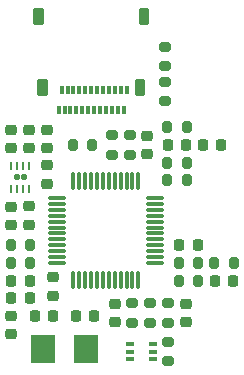
<source format=gbr>
%TF.GenerationSoftware,KiCad,Pcbnew,9.0.4*%
%TF.CreationDate,2025-09-02T10:18:24-07:00*%
%TF.ProjectId,k1-aioc,6b312d61-696f-4632-9e6b-696361645f70,rev?*%
%TF.SameCoordinates,Original*%
%TF.FileFunction,Paste,Top*%
%TF.FilePolarity,Positive*%
%FSLAX46Y46*%
G04 Gerber Fmt 4.6, Leading zero omitted, Abs format (unit mm)*
G04 Created by KiCad (PCBNEW 9.0.4) date 2025-09-02 10:18:24*
%MOMM*%
%LPD*%
G01*
G04 APERTURE LIST*
G04 Aperture macros list*
%AMRoundRect*
0 Rectangle with rounded corners*
0 $1 Rounding radius*
0 $2 $3 $4 $5 $6 $7 $8 $9 X,Y pos of 4 corners*
0 Add a 4 corners polygon primitive as box body*
4,1,4,$2,$3,$4,$5,$6,$7,$8,$9,$2,$3,0*
0 Add four circle primitives for the rounded corners*
1,1,$1+$1,$2,$3*
1,1,$1+$1,$4,$5*
1,1,$1+$1,$6,$7*
1,1,$1+$1,$8,$9*
0 Add four rect primitives between the rounded corners*
20,1,$1+$1,$2,$3,$4,$5,0*
20,1,$1+$1,$4,$5,$6,$7,0*
20,1,$1+$1,$6,$7,$8,$9,0*
20,1,$1+$1,$8,$9,$2,$3,0*%
G04 Aperture macros list end*
%ADD10C,0.300000*%
%ADD11RoundRect,0.200000X0.200000X0.275000X-0.200000X0.275000X-0.200000X-0.275000X0.200000X-0.275000X0*%
%ADD12RoundRect,0.218750X0.218750X0.256250X-0.218750X0.256250X-0.218750X-0.256250X0.218750X-0.256250X0*%
%ADD13RoundRect,0.225000X0.225000X0.250000X-0.225000X0.250000X-0.225000X-0.250000X0.225000X-0.250000X0*%
%ADD14RoundRect,0.200000X-0.200000X-0.275000X0.200000X-0.275000X0.200000X0.275000X-0.200000X0.275000X0*%
%ADD15R,0.300000X0.700000*%
%ADD16RoundRect,0.218750X-0.218750X-0.256250X0.218750X-0.256250X0.218750X0.256250X-0.218750X0.256250X0*%
%ADD17RoundRect,0.225000X-0.250000X0.225000X-0.250000X-0.225000X0.250000X-0.225000X0.250000X0.225000X0*%
%ADD18RoundRect,0.225000X-0.225000X-0.250000X0.225000X-0.250000X0.225000X0.250000X-0.225000X0.250000X0*%
%ADD19RoundRect,0.200000X-0.275000X0.200000X-0.275000X-0.200000X0.275000X-0.200000X0.275000X0.200000X0*%
%ADD20RoundRect,0.218750X0.256250X-0.218750X0.256250X0.218750X-0.256250X0.218750X-0.256250X-0.218750X0*%
%ADD21RoundRect,0.075000X0.075000X-0.662500X0.075000X0.662500X-0.075000X0.662500X-0.075000X-0.662500X0*%
%ADD22RoundRect,0.075000X0.662500X-0.075000X0.662500X0.075000X-0.662500X0.075000X-0.662500X-0.075000X0*%
%ADD23RoundRect,0.225000X0.250000X-0.225000X0.250000X0.225000X-0.250000X0.225000X-0.250000X-0.225000X0*%
%ADD24R,0.650000X0.400000*%
%ADD25RoundRect,0.120000X-0.120000X0.120000X-0.120000X-0.120000X0.120000X-0.120000X0.120000X0.120000X0*%
%ADD26RoundRect,0.062500X-0.062500X0.312500X-0.062500X-0.312500X0.062500X-0.312500X0.062500X0.312500X0*%
%ADD27R,2.000000X2.400000*%
%ADD28RoundRect,0.200000X0.275000X-0.200000X0.275000X0.200000X-0.275000X0.200000X-0.275000X-0.200000X0*%
G04 APERTURE END LIST*
D10*
X107100000Y-86550000D02*
X107650000Y-86550000D01*
X107650000Y-87650000D01*
X107100000Y-87650000D01*
X107100000Y-86550000D01*
G36*
X107100000Y-86550000D02*
G01*
X107650000Y-86550000D01*
X107650000Y-87650000D01*
X107100000Y-87650000D01*
X107100000Y-86550000D01*
G37*
X106750000Y-80600000D02*
X107300000Y-80600000D01*
X107300000Y-81700000D01*
X106750000Y-81700000D01*
X106750000Y-80600000D01*
G36*
X106750000Y-80600000D02*
G01*
X107300000Y-80600000D01*
X107300000Y-81700000D01*
X106750000Y-81700000D01*
X106750000Y-80600000D01*
G37*
X115700000Y-80600000D02*
X116250000Y-80600000D01*
X116250000Y-81700000D01*
X115700000Y-81700000D01*
X115700000Y-80600000D01*
G36*
X115700000Y-80600000D02*
G01*
X116250000Y-80600000D01*
X116250000Y-81700000D01*
X115700000Y-81700000D01*
X115700000Y-80600000D01*
G37*
X115350000Y-86550000D02*
X115900000Y-86550000D01*
X115900000Y-87650000D01*
X115350000Y-87650000D01*
X115350000Y-86550000D01*
G36*
X115350000Y-86550000D02*
G01*
X115900000Y-86550000D01*
X115900000Y-87650000D01*
X115350000Y-87650000D01*
X115350000Y-86550000D01*
G37*
D11*
%TO.C,R2*%
X120575000Y-102000000D03*
X118925000Y-102000000D03*
%TD*%
D12*
%TO.C,D2*%
X106287500Y-105000000D03*
X104712500Y-105000000D03*
%TD*%
D13*
%TO.C,C11*%
X119525000Y-92000000D03*
X117975000Y-92000000D03*
%TD*%
D14*
%TO.C,R15*%
X104675000Y-102000000D03*
X106325000Y-102000000D03*
%TD*%
D15*
%TO.C,J1*%
X114250000Y-89020000D03*
X113750000Y-89020000D03*
X113250000Y-89020000D03*
X112750000Y-89020000D03*
X112250000Y-89020000D03*
X111750000Y-89020000D03*
X111250000Y-89020000D03*
X110750000Y-89020000D03*
X110250000Y-89020000D03*
X109750000Y-89020000D03*
X109250000Y-89020000D03*
X108750000Y-89020000D03*
X109000000Y-87320000D03*
X109500000Y-87320000D03*
X110000000Y-87320000D03*
X110500000Y-87320000D03*
X111000000Y-87320000D03*
X111500000Y-87320000D03*
X112000000Y-87320000D03*
X112500000Y-87320000D03*
X113000000Y-87320000D03*
X113500000Y-87320000D03*
X114000000Y-87320000D03*
X114500000Y-87320000D03*
%TD*%
D13*
%TO.C,C1*%
X108275000Y-106500000D03*
X106725000Y-106500000D03*
%TD*%
D16*
%TO.C,D1*%
X104712500Y-103500000D03*
X106287500Y-103500000D03*
%TD*%
D17*
%TO.C,C9*%
X113500000Y-105475000D03*
X113500000Y-107025000D03*
%TD*%
D18*
%TO.C,C12*%
X121975000Y-103500000D03*
X123525000Y-103500000D03*
%TD*%
D19*
%TO.C,R13*%
X118000000Y-108675000D03*
X118000000Y-110325000D03*
%TD*%
D20*
%TO.C,FB2*%
X107750000Y-92287500D03*
X107750000Y-90712500D03*
%TD*%
D19*
%TO.C,R8*%
X114750000Y-91175000D03*
X114750000Y-92825000D03*
%TD*%
%TO.C,R11*%
X116500000Y-105425000D03*
X116500000Y-107075000D03*
%TD*%
%TO.C,R9*%
X113250000Y-91175000D03*
X113250000Y-92825000D03*
%TD*%
D21*
%TO.C,U2*%
X110000000Y-103412500D03*
X110500000Y-103412500D03*
X111000000Y-103412500D03*
X111500000Y-103412500D03*
X112000000Y-103412500D03*
X112500000Y-103412500D03*
X113000000Y-103412500D03*
X113500000Y-103412500D03*
X114000000Y-103412500D03*
X114500000Y-103412500D03*
X115000000Y-103412500D03*
X115500000Y-103412500D03*
D22*
X116912500Y-102000000D03*
X116912500Y-101500000D03*
X116912500Y-101000000D03*
X116912500Y-100500000D03*
X116912500Y-100000000D03*
X116912500Y-99500000D03*
X116912500Y-99000000D03*
X116912500Y-98500000D03*
X116912500Y-98000000D03*
X116912500Y-97500000D03*
X116912500Y-97000000D03*
X116912500Y-96500000D03*
D21*
X115500000Y-95087500D03*
X115000000Y-95087500D03*
X114500000Y-95087500D03*
X114000000Y-95087500D03*
X113500000Y-95087500D03*
X113000000Y-95087500D03*
X112500000Y-95087500D03*
X112000000Y-95087500D03*
X111500000Y-95087500D03*
X111000000Y-95087500D03*
X110500000Y-95087500D03*
X110000000Y-95087500D03*
D22*
X108587500Y-96500000D03*
X108587500Y-97000000D03*
X108587500Y-97500000D03*
X108587500Y-98000000D03*
X108587500Y-98500000D03*
X108587500Y-99000000D03*
X108587500Y-99500000D03*
X108587500Y-100000000D03*
X108587500Y-100500000D03*
X108587500Y-101000000D03*
X108587500Y-101500000D03*
X108587500Y-102000000D03*
%TD*%
D23*
%TO.C,C6*%
X106250000Y-92275000D03*
X106250000Y-90725000D03*
%TD*%
D11*
%TO.C,R4*%
X123575000Y-102000000D03*
X121925000Y-102000000D03*
%TD*%
D20*
%TO.C,FB1*%
X106250000Y-98787500D03*
X106250000Y-97212500D03*
%TD*%
D23*
%TO.C,C3*%
X104750000Y-92275000D03*
X104750000Y-90725000D03*
%TD*%
D18*
%TO.C,C2*%
X110225000Y-106500000D03*
X111775000Y-106500000D03*
%TD*%
D19*
%TO.C,R10*%
X115000000Y-105425000D03*
X115000000Y-107075000D03*
%TD*%
D23*
%TO.C,C4*%
X107750000Y-95275000D03*
X107750000Y-93725000D03*
%TD*%
D14*
%TO.C,R1*%
X109925000Y-92000000D03*
X111575000Y-92000000D03*
%TD*%
D17*
%TO.C,C5*%
X104750000Y-97225000D03*
X104750000Y-98775000D03*
%TD*%
D24*
%TO.C,Q1*%
X114800000Y-108850000D03*
X114800000Y-109500000D03*
X114800000Y-110150000D03*
X116700000Y-110150000D03*
X116700000Y-109500000D03*
X116700000Y-108850000D03*
%TD*%
D18*
%TO.C,C14*%
X120975000Y-92000000D03*
X122525000Y-92000000D03*
%TD*%
D11*
%TO.C,R17*%
X120575000Y-103500000D03*
X118925000Y-103500000D03*
%TD*%
D14*
%TO.C,R5*%
X117925000Y-90500000D03*
X119575000Y-90500000D03*
%TD*%
D23*
%TO.C,C15*%
X104750000Y-108025000D03*
X104750000Y-106475000D03*
%TD*%
D18*
%TO.C,C7*%
X118975000Y-100500000D03*
X120525000Y-100500000D03*
%TD*%
D17*
%TO.C,C8*%
X108250000Y-103225000D03*
X108250000Y-104775000D03*
%TD*%
D25*
%TO.C,U1*%
X105200000Y-94750000D03*
X105800000Y-94750000D03*
D26*
X106250000Y-93775000D03*
X105750000Y-93775000D03*
X105250000Y-93775000D03*
X104750000Y-93775000D03*
X104750000Y-95725000D03*
X105250000Y-95725000D03*
X105750000Y-95725000D03*
X106250000Y-95725000D03*
%TD*%
D14*
%TO.C,R16*%
X117925000Y-93500000D03*
X119575000Y-93500000D03*
%TD*%
%TO.C,R3*%
X117925000Y-95000000D03*
X119575000Y-95000000D03*
%TD*%
D23*
%TO.C,C10*%
X116250000Y-92775000D03*
X116250000Y-91225000D03*
%TD*%
D14*
%TO.C,R14*%
X104675000Y-100500000D03*
X106325000Y-100500000D03*
%TD*%
D19*
%TO.C,R6*%
X117750000Y-83675000D03*
X117750000Y-85325000D03*
%TD*%
D17*
%TO.C,C13*%
X119500000Y-105475000D03*
X119500000Y-107025000D03*
%TD*%
D27*
%TO.C,Y1*%
X107400000Y-109250000D03*
X111100000Y-109250000D03*
%TD*%
D19*
%TO.C,R12*%
X118000000Y-105425000D03*
X118000000Y-107075000D03*
%TD*%
D28*
%TO.C,R7*%
X117750000Y-88325000D03*
X117750000Y-86675000D03*
%TD*%
M02*

</source>
